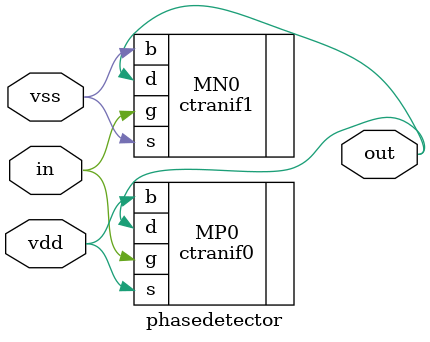
<source format=sv>

`timescale 1ns / 1ns 

module phasedetector ( out, in, vdd, vss );

output  out;

input  in, vdd, vss;


specify 
    specparam CDS_LIBNAME  = "MIPS25";
    specparam CDS_CELLNAME = "phasedetector";
    specparam CDS_VIEWNAME = "schematic";
endspecify

ctranif1  MN0 ( .b(vss), .d(out), .g(in), .s(vss));
ctranif0  MP0 ( .b(vdd), .s(vdd), .g(in), .d(out));

endmodule

</source>
